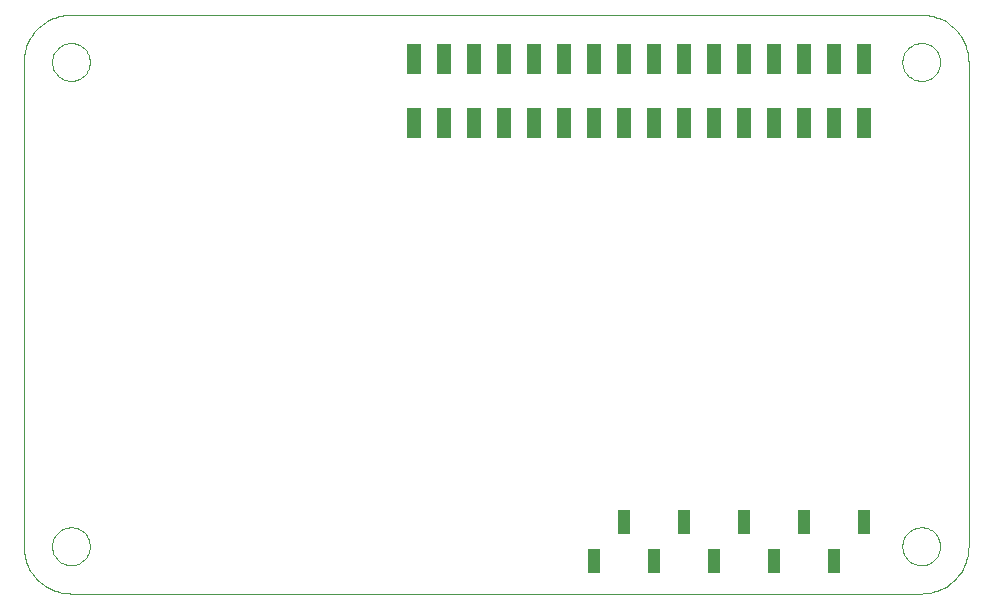
<source format=gbp>
G75*
G70*
%OFA0B0*%
%FSLAX24Y24*%
%IPPOS*%
%LPD*%
%AMOC8*
5,1,8,0,0,1.08239X$1,22.5*
%
%ADD10R,0.0394X0.0787*%
%ADD11R,0.0500X0.1000*%
%ADD12C,0.0000*%
D10*
X024418Y001600D03*
X026418Y001600D03*
X028418Y001600D03*
X030418Y001600D03*
X032418Y001600D03*
X031418Y002900D03*
X029418Y002900D03*
X027418Y002900D03*
X025418Y002900D03*
X033418Y002900D03*
D11*
X033418Y016175D03*
X032418Y016175D03*
X031418Y016175D03*
X030418Y016175D03*
X029418Y016175D03*
X028418Y016175D03*
X027418Y016175D03*
X026418Y016175D03*
X025418Y016175D03*
X024418Y016175D03*
X023418Y016175D03*
X022418Y016175D03*
X021418Y016175D03*
X020418Y016175D03*
X019418Y016175D03*
X018418Y016175D03*
X018418Y018325D03*
X019418Y018325D03*
X020418Y018325D03*
X021418Y018325D03*
X022418Y018325D03*
X023418Y018325D03*
X024418Y018325D03*
X025418Y018325D03*
X026418Y018325D03*
X027418Y018325D03*
X028418Y018325D03*
X029418Y018325D03*
X030418Y018325D03*
X031418Y018325D03*
X032418Y018325D03*
X033418Y018325D03*
D12*
X005418Y018217D02*
X005418Y002075D01*
X006363Y002075D02*
X006365Y002125D01*
X006371Y002175D01*
X006381Y002224D01*
X006395Y002272D01*
X006412Y002319D01*
X006433Y002364D01*
X006458Y002408D01*
X006486Y002449D01*
X006518Y002488D01*
X006552Y002525D01*
X006589Y002559D01*
X006629Y002589D01*
X006671Y002616D01*
X006715Y002640D01*
X006761Y002661D01*
X006808Y002677D01*
X006856Y002690D01*
X006906Y002699D01*
X006955Y002704D01*
X007006Y002705D01*
X007056Y002702D01*
X007105Y002695D01*
X007154Y002684D01*
X007202Y002669D01*
X007248Y002651D01*
X007293Y002629D01*
X007336Y002603D01*
X007377Y002574D01*
X007416Y002542D01*
X007452Y002507D01*
X007484Y002469D01*
X007514Y002429D01*
X007541Y002386D01*
X007564Y002342D01*
X007583Y002296D01*
X007599Y002248D01*
X007611Y002199D01*
X007619Y002150D01*
X007623Y002100D01*
X007623Y002050D01*
X007619Y002000D01*
X007611Y001951D01*
X007599Y001902D01*
X007583Y001854D01*
X007564Y001808D01*
X007541Y001764D01*
X007514Y001721D01*
X007484Y001681D01*
X007452Y001643D01*
X007416Y001608D01*
X007377Y001576D01*
X007336Y001547D01*
X007293Y001521D01*
X007248Y001499D01*
X007202Y001481D01*
X007154Y001466D01*
X007105Y001455D01*
X007056Y001448D01*
X007006Y001445D01*
X006955Y001446D01*
X006906Y001451D01*
X006856Y001460D01*
X006808Y001473D01*
X006761Y001489D01*
X006715Y001510D01*
X006671Y001534D01*
X006629Y001561D01*
X006589Y001591D01*
X006552Y001625D01*
X006518Y001662D01*
X006486Y001701D01*
X006458Y001742D01*
X006433Y001786D01*
X006412Y001831D01*
X006395Y001878D01*
X006381Y001926D01*
X006371Y001975D01*
X006365Y002025D01*
X006363Y002075D01*
X005418Y002075D02*
X005420Y001998D01*
X005426Y001921D01*
X005435Y001844D01*
X005448Y001768D01*
X005465Y001692D01*
X005486Y001618D01*
X005510Y001544D01*
X005538Y001472D01*
X005569Y001402D01*
X005604Y001333D01*
X005642Y001265D01*
X005683Y001200D01*
X005728Y001137D01*
X005776Y001076D01*
X005826Y001017D01*
X005879Y000961D01*
X005935Y000908D01*
X005994Y000858D01*
X006055Y000810D01*
X006118Y000765D01*
X006183Y000724D01*
X006251Y000686D01*
X006320Y000651D01*
X006390Y000620D01*
X006462Y000592D01*
X006536Y000568D01*
X006610Y000547D01*
X006686Y000530D01*
X006762Y000517D01*
X006839Y000508D01*
X006916Y000502D01*
X006993Y000500D01*
X035339Y000500D01*
X034709Y002075D02*
X034711Y002125D01*
X034717Y002175D01*
X034727Y002224D01*
X034741Y002272D01*
X034758Y002319D01*
X034779Y002364D01*
X034804Y002408D01*
X034832Y002449D01*
X034864Y002488D01*
X034898Y002525D01*
X034935Y002559D01*
X034975Y002589D01*
X035017Y002616D01*
X035061Y002640D01*
X035107Y002661D01*
X035154Y002677D01*
X035202Y002690D01*
X035252Y002699D01*
X035301Y002704D01*
X035352Y002705D01*
X035402Y002702D01*
X035451Y002695D01*
X035500Y002684D01*
X035548Y002669D01*
X035594Y002651D01*
X035639Y002629D01*
X035682Y002603D01*
X035723Y002574D01*
X035762Y002542D01*
X035798Y002507D01*
X035830Y002469D01*
X035860Y002429D01*
X035887Y002386D01*
X035910Y002342D01*
X035929Y002296D01*
X035945Y002248D01*
X035957Y002199D01*
X035965Y002150D01*
X035969Y002100D01*
X035969Y002050D01*
X035965Y002000D01*
X035957Y001951D01*
X035945Y001902D01*
X035929Y001854D01*
X035910Y001808D01*
X035887Y001764D01*
X035860Y001721D01*
X035830Y001681D01*
X035798Y001643D01*
X035762Y001608D01*
X035723Y001576D01*
X035682Y001547D01*
X035639Y001521D01*
X035594Y001499D01*
X035548Y001481D01*
X035500Y001466D01*
X035451Y001455D01*
X035402Y001448D01*
X035352Y001445D01*
X035301Y001446D01*
X035252Y001451D01*
X035202Y001460D01*
X035154Y001473D01*
X035107Y001489D01*
X035061Y001510D01*
X035017Y001534D01*
X034975Y001561D01*
X034935Y001591D01*
X034898Y001625D01*
X034864Y001662D01*
X034832Y001701D01*
X034804Y001742D01*
X034779Y001786D01*
X034758Y001831D01*
X034741Y001878D01*
X034727Y001926D01*
X034717Y001975D01*
X034711Y002025D01*
X034709Y002075D01*
X035339Y000500D02*
X035416Y000502D01*
X035493Y000508D01*
X035570Y000517D01*
X035646Y000530D01*
X035722Y000547D01*
X035796Y000568D01*
X035870Y000592D01*
X035942Y000620D01*
X036012Y000651D01*
X036081Y000686D01*
X036149Y000724D01*
X036214Y000765D01*
X036277Y000810D01*
X036338Y000858D01*
X036397Y000908D01*
X036453Y000961D01*
X036506Y001017D01*
X036556Y001076D01*
X036604Y001137D01*
X036649Y001200D01*
X036690Y001265D01*
X036728Y001333D01*
X036763Y001402D01*
X036794Y001472D01*
X036822Y001544D01*
X036846Y001618D01*
X036867Y001692D01*
X036884Y001768D01*
X036897Y001844D01*
X036906Y001921D01*
X036912Y001998D01*
X036914Y002075D01*
X036914Y018217D01*
X034709Y018217D02*
X034711Y018267D01*
X034717Y018317D01*
X034727Y018366D01*
X034741Y018414D01*
X034758Y018461D01*
X034779Y018506D01*
X034804Y018550D01*
X034832Y018591D01*
X034864Y018630D01*
X034898Y018667D01*
X034935Y018701D01*
X034975Y018731D01*
X035017Y018758D01*
X035061Y018782D01*
X035107Y018803D01*
X035154Y018819D01*
X035202Y018832D01*
X035252Y018841D01*
X035301Y018846D01*
X035352Y018847D01*
X035402Y018844D01*
X035451Y018837D01*
X035500Y018826D01*
X035548Y018811D01*
X035594Y018793D01*
X035639Y018771D01*
X035682Y018745D01*
X035723Y018716D01*
X035762Y018684D01*
X035798Y018649D01*
X035830Y018611D01*
X035860Y018571D01*
X035887Y018528D01*
X035910Y018484D01*
X035929Y018438D01*
X035945Y018390D01*
X035957Y018341D01*
X035965Y018292D01*
X035969Y018242D01*
X035969Y018192D01*
X035965Y018142D01*
X035957Y018093D01*
X035945Y018044D01*
X035929Y017996D01*
X035910Y017950D01*
X035887Y017906D01*
X035860Y017863D01*
X035830Y017823D01*
X035798Y017785D01*
X035762Y017750D01*
X035723Y017718D01*
X035682Y017689D01*
X035639Y017663D01*
X035594Y017641D01*
X035548Y017623D01*
X035500Y017608D01*
X035451Y017597D01*
X035402Y017590D01*
X035352Y017587D01*
X035301Y017588D01*
X035252Y017593D01*
X035202Y017602D01*
X035154Y017615D01*
X035107Y017631D01*
X035061Y017652D01*
X035017Y017676D01*
X034975Y017703D01*
X034935Y017733D01*
X034898Y017767D01*
X034864Y017804D01*
X034832Y017843D01*
X034804Y017884D01*
X034779Y017928D01*
X034758Y017973D01*
X034741Y018020D01*
X034727Y018068D01*
X034717Y018117D01*
X034711Y018167D01*
X034709Y018217D01*
X035339Y019792D02*
X035416Y019790D01*
X035493Y019784D01*
X035570Y019775D01*
X035646Y019762D01*
X035722Y019745D01*
X035796Y019724D01*
X035870Y019700D01*
X035942Y019672D01*
X036012Y019641D01*
X036081Y019606D01*
X036149Y019568D01*
X036214Y019527D01*
X036277Y019482D01*
X036338Y019434D01*
X036397Y019384D01*
X036453Y019331D01*
X036506Y019275D01*
X036556Y019216D01*
X036604Y019155D01*
X036649Y019092D01*
X036690Y019027D01*
X036728Y018959D01*
X036763Y018890D01*
X036794Y018820D01*
X036822Y018748D01*
X036846Y018674D01*
X036867Y018600D01*
X036884Y018524D01*
X036897Y018448D01*
X036906Y018371D01*
X036912Y018294D01*
X036914Y018217D01*
X035339Y019791D02*
X006993Y019791D01*
X006363Y018217D02*
X006365Y018267D01*
X006371Y018317D01*
X006381Y018366D01*
X006395Y018414D01*
X006412Y018461D01*
X006433Y018506D01*
X006458Y018550D01*
X006486Y018591D01*
X006518Y018630D01*
X006552Y018667D01*
X006589Y018701D01*
X006629Y018731D01*
X006671Y018758D01*
X006715Y018782D01*
X006761Y018803D01*
X006808Y018819D01*
X006856Y018832D01*
X006906Y018841D01*
X006955Y018846D01*
X007006Y018847D01*
X007056Y018844D01*
X007105Y018837D01*
X007154Y018826D01*
X007202Y018811D01*
X007248Y018793D01*
X007293Y018771D01*
X007336Y018745D01*
X007377Y018716D01*
X007416Y018684D01*
X007452Y018649D01*
X007484Y018611D01*
X007514Y018571D01*
X007541Y018528D01*
X007564Y018484D01*
X007583Y018438D01*
X007599Y018390D01*
X007611Y018341D01*
X007619Y018292D01*
X007623Y018242D01*
X007623Y018192D01*
X007619Y018142D01*
X007611Y018093D01*
X007599Y018044D01*
X007583Y017996D01*
X007564Y017950D01*
X007541Y017906D01*
X007514Y017863D01*
X007484Y017823D01*
X007452Y017785D01*
X007416Y017750D01*
X007377Y017718D01*
X007336Y017689D01*
X007293Y017663D01*
X007248Y017641D01*
X007202Y017623D01*
X007154Y017608D01*
X007105Y017597D01*
X007056Y017590D01*
X007006Y017587D01*
X006955Y017588D01*
X006906Y017593D01*
X006856Y017602D01*
X006808Y017615D01*
X006761Y017631D01*
X006715Y017652D01*
X006671Y017676D01*
X006629Y017703D01*
X006589Y017733D01*
X006552Y017767D01*
X006518Y017804D01*
X006486Y017843D01*
X006458Y017884D01*
X006433Y017928D01*
X006412Y017973D01*
X006395Y018020D01*
X006381Y018068D01*
X006371Y018117D01*
X006365Y018167D01*
X006363Y018217D01*
X005418Y018217D02*
X005420Y018294D01*
X005426Y018371D01*
X005435Y018448D01*
X005448Y018524D01*
X005465Y018600D01*
X005486Y018674D01*
X005510Y018748D01*
X005538Y018820D01*
X005569Y018890D01*
X005604Y018959D01*
X005642Y019027D01*
X005683Y019092D01*
X005728Y019155D01*
X005776Y019216D01*
X005826Y019275D01*
X005879Y019331D01*
X005935Y019384D01*
X005994Y019434D01*
X006055Y019482D01*
X006118Y019527D01*
X006183Y019568D01*
X006251Y019606D01*
X006320Y019641D01*
X006390Y019672D01*
X006462Y019700D01*
X006536Y019724D01*
X006610Y019745D01*
X006686Y019762D01*
X006762Y019775D01*
X006839Y019784D01*
X006916Y019790D01*
X006993Y019792D01*
M02*

</source>
